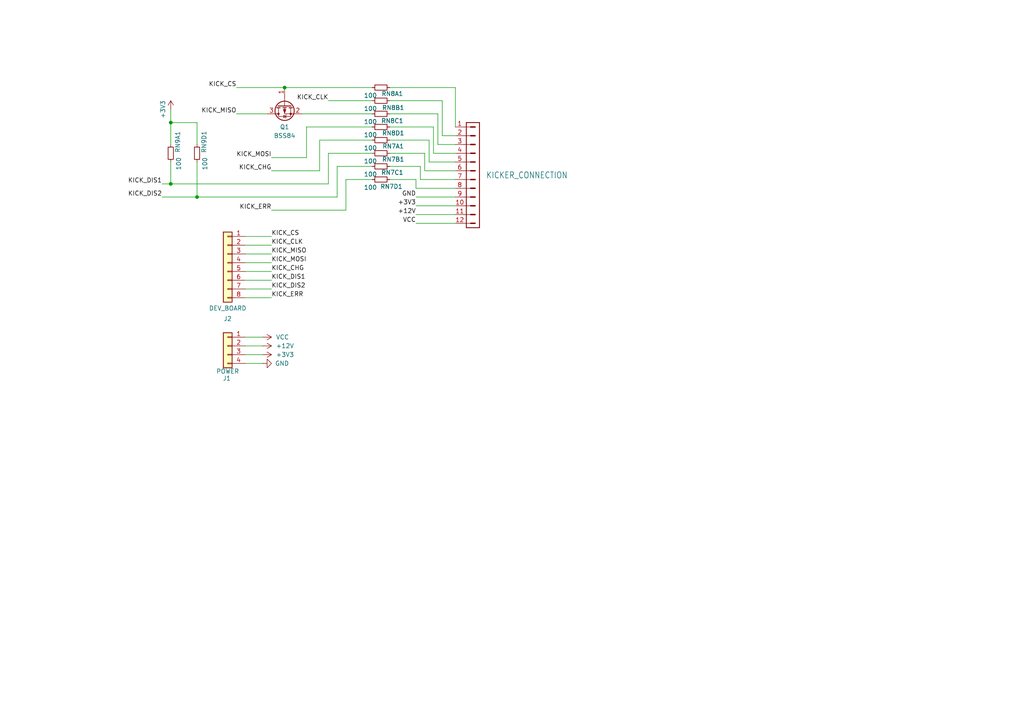
<source format=kicad_sch>
(kicad_sch (version 20231120) (generator "eeschema") (generator_version "8.0")
  (paper "A4")
  (lib_symbols
    (symbol "Connector_Generic:Conn_01x04" (pin_names (offset 1.016) hide)
      (property "Reference" "J" (at 0 5.08 0))
      (property "Value" "Conn_01x04" (at 0 -7.62 0))
      (symbol "Conn_01x04_1_1"
        (rectangle (start -1.27 -4.953) (end 0 -5.207) (stroke (width 0.1524)))
        (rectangle (start -1.27 -2.413) (end 0 -2.667) (stroke (width 0.1524)))
        (rectangle (start -1.27 0.127) (end 0 -0.127) (stroke (width 0.1524)))
        (rectangle (start -1.27 2.667) (end 0 2.413) (stroke (width 0.1524)))
        (rectangle (start -1.27 3.81) (end 1.27 -6.35) (stroke (width 0.254)) (fill (type background)))
        (pin passive line (at -5.08 2.54 0) (length 3.81) (name "Pin_1") (number "1"))
        (pin passive line (at -5.08 0 0) (length 3.81) (name "Pin_2") (number "2"))
        (pin passive line (at -5.08 -2.54 0) (length 3.81) (name "Pin_3") (number "3"))
        (pin passive line (at -5.08 -5.08 0) (length 3.81) (name "Pin_4") (number "4"))
      )
    )
    (symbol "Connector_Generic:Conn_01x08" (pin_names (offset 1.016) hide)
      (property "Reference" "J" (at 0 10.16 0))
      (property "Value" "Conn_01x08" (at 0 -12.7 0))
      (symbol "Conn_01x08_1_1"
        (rectangle (start -1.27 -10.033) (end 0 -10.287) (stroke (width 0.1524)))
        (rectangle (start -1.27 -7.493) (end 0 -7.747) (stroke (width 0.1524)))
        (rectangle (start -1.27 -4.953) (end 0 -5.207) (stroke (width 0.1524)))
        (rectangle (start -1.27 -2.413) (end 0 -2.667) (stroke (width 0.1524)))
        (rectangle (start -1.27 0.127) (end 0 -0.127) (stroke (width 0.1524)))
        (rectangle (start -1.27 2.667) (end 0 2.413) (stroke (width 0.1524)))
        (rectangle (start -1.27 5.207) (end 0 4.953) (stroke (width 0.1524)))
        (rectangle (start -1.27 7.747) (end 0 7.493) (stroke (width 0.1524)))
        (rectangle (start -1.27 8.89) (end 1.27 -11.43) (stroke (width 0.254)) (fill (type background)))
        (pin passive line (at -5.08 7.62 0) (length 3.81) (name "Pin_1") (number "1"))
        (pin passive line (at -5.08 5.08 0) (length 3.81) (name "Pin_2") (number "2"))
        (pin passive line (at -5.08 2.54 0) (length 3.81) (name "Pin_3") (number "3"))
        (pin passive line (at -5.08 0 0) (length 3.81) (name "Pin_4") (number "4"))
        (pin passive line (at -5.08 -2.54 0) (length 3.81) (name "Pin_5") (number "5"))
        (pin passive line (at -5.08 -5.08 0) (length 3.81) (name "Pin_6") (number "6"))
        (pin passive line (at -5.08 -7.62 0) (length 3.81) (name "Pin_7") (number "7"))
        (pin passive line (at -5.08 -10.16 0) (length 3.81) (name "Pin_8") (number "8"))
      )
    )
    (symbol "Device:R_Small" (pin_numbers hide) (pin_names (offset 0.254) hide)
      (property "Reference" "R" (at 0.762 0.508 0))
      (property "Value" "R_Small" (at 0.762 -1.016 0))
      (symbol "R_Small_0_1"
        (rectangle (start -0.762 1.778) (end 0.762 -1.778) (stroke (width 0.2032)))
      )
      (symbol "R_Small_1_1"
        (pin passive line (at 0 2.54 270) (length 0.762) (name "~") (number "1"))
        (pin passive line (at 0 -2.54 90) (length 0.762) (name "~") (number "2"))
      )
    )
    (symbol "Kicking Device v13b-eagle-import:DF13-12P-1.25V"
      (property "Value" "KICKER_CONNECTION" (at 3.81 3.81 0))
      (symbol "DF13-12P-1.25V_1_0"
        (polyline (pts (xy -2.54 -10.16) (xy -0.635 -10.16)) (stroke (width 0.1524)))
        (polyline (pts (xy -2.54 -7.62) (xy -0.635 -7.62)) (stroke (width 0.1524)))
        (polyline (pts (xy -2.54 -5.08) (xy -0.635 -5.08)) (stroke (width 0.1524)))
        (polyline (pts (xy -2.54 -2.54) (xy -0.635 -2.54)) (stroke (width 0.1524)))
        (polyline (pts (xy -2.54 0) (xy -0.635 0)) (stroke (width 0.1524)))
        (polyline (pts (xy -2.54 2.54) (xy -0.635 2.54)) (stroke (width 0.1524)))
        (polyline (pts (xy -2.54 5.08) (xy -0.635 5.08)) (stroke (width 0.1524)))
        (polyline (pts (xy -2.54 7.62) (xy -0.635 7.62)) (stroke (width 0.1524)))
        (polyline (pts (xy -2.54 10.16) (xy -0.635 10.16)) (stroke (width 0.1524)))
        (polyline (pts (xy -2.54 12.7) (xy -0.635 12.7)) (stroke (width 0.1524)))
        (polyline (pts (xy -2.54 15.24) (xy -0.635 15.24)) (stroke (width 0.1524)))
        (polyline (pts (xy -2.54 17.78) (xy -0.635 17.78)) (stroke (width 0.1524)))
        (polyline (pts (xy -1.905 -11.43) (xy -1.905 19.05)) (stroke (width 0.254)))
        (polyline (pts (xy -1.905 -11.43) (xy 1.905 -11.43)) (stroke (width 0.254)))
        (polyline (pts (xy -0.635 -10.16) (xy 0.635 -10.16)) (stroke (width 0.4064)))
        (polyline (pts (xy -0.635 -7.62) (xy 0.635 -7.62)) (stroke (width 0.4064)))
        (polyline (pts (xy -0.635 -5.08) (xy 0.635 -5.08)) (stroke (width 0.4064)))
        (polyline (pts (xy -0.635 -2.54) (xy 0.635 -2.54)) (stroke (width 0.4064)))
        (polyline (pts (xy -0.635 0) (xy 0.635 0)) (stroke (width 0.4064)))
        (polyline (pts (xy -0.635 2.54) (xy 0.635 2.54)) (stroke (width 0.4064)))
        (polyline (pts (xy -0.635 5.08) (xy 0.635 5.08)) (stroke (width 0.4064)))
        (polyline (pts (xy -0.635 7.62) (xy 0.635 7.62)) (stroke (width 0.4064)))
        (polyline (pts (xy -0.635 10.16) (xy 0.635 10.16)) (stroke (width 0.4064)))
        (polyline (pts (xy -0.635 12.7) (xy 0.635 12.7)) (stroke (width 0.4064)))
        (polyline (pts (xy -0.635 15.24) (xy 0.635 15.24)) (stroke (width 0.4064)))
        (polyline (pts (xy -0.635 17.78) (xy 0.635 17.78)) (stroke (width 0.4064)))
        (polyline (pts (xy 1.905 19.05) (xy -1.905 19.05)) (stroke (width 0.254)))
        (polyline (pts (xy 1.905 19.05) (xy 1.905 -11.43)) (stroke (width 0.254)))
        (pin passive line (at -5.08 17.78 0) (length 2.54) (name "1") (number "1"))
        (pin passive line (at -5.08 -5.08 0) (length 2.54) (name "10") (number "10"))
        (pin passive line (at -5.08 -7.62 0) (length 2.54) (name "11") (number "11"))
        (pin passive line (at -5.08 -10.16 0) (length 2.54) (name "12") (number "12"))
        (pin passive line (at -5.08 15.24 0) (length 2.54) (name "2") (number "2"))
        (pin passive line (at -5.08 12.7 0) (length 2.54) (name "3") (number "3"))
        (pin passive line (at -5.08 10.16 0) (length 2.54) (name "4") (number "4"))
        (pin passive line (at -5.08 7.62 0) (length 2.54) (name "5") (number "5"))
        (pin passive line (at -5.08 5.08 0) (length 2.54) (name "6") (number "6"))
        (pin passive line (at -5.08 2.54 0) (length 2.54) (name "7") (number "7"))
        (pin passive line (at -5.08 0 0) (length 2.54) (name "8") (number "8"))
        (pin passive line (at -5.08 -2.54 0) (length 2.54) (name "9") (number "9"))
      )
    )
    (symbol "Transistor_FET:BSS84" (pin_names hide)
      (property "Reference" "Q" (at 5.08 1.905 0))
      (property "Value" "BSS84" (at 5.08 0 0))
      (symbol "BSS84_0_1"
        (polyline (pts (xy 0.254 0) (xy -2.54 0)))
        (polyline (pts (xy 0.254 1.905) (xy 0.254 -1.905)) (stroke (width 0.254)))
        (polyline (pts (xy 0.762 -1.27) (xy 0.762 -2.286)) (stroke (width 0.254)))
        (polyline (pts (xy 0.762 0.508) (xy 0.762 -0.508)) (stroke (width 0.254)))
        (polyline (pts (xy 0.762 2.286) (xy 0.762 1.27)) (stroke (width 0.254)))
        (polyline (pts (xy 2.54 2.54) (xy 2.54 1.778)))
        (polyline (pts (xy 2.54 -2.54) (xy 2.54 0) (xy 0.762 0)))
        (polyline (pts (xy 0.762 1.778) (xy 3.302 1.778) (xy 3.302 -1.778) (xy 0.762 -1.778)))
        (polyline (pts (xy 2.286 0) (xy 1.27 0.381) (xy 1.27 -0.381) (xy 2.286 0)) (fill (type outline)))
        (polyline (pts (xy 2.794 -0.508) (xy 2.921 -0.381) (xy 3.683 -0.381) (xy 3.81 -0.254)))
        (polyline (pts (xy 3.302 -0.381) (xy 2.921 0.254) (xy 3.683 0.254) (xy 3.302 -0.381)))
        (circle (center 1.651 0) (radius 2.794) (stroke (width 0.254)))
        (circle (center 2.54 -1.778) (radius 0.254) (fill (type outline)))
        (circle (center 2.54 1.778) (radius 0.254) (fill (type outline)))
      )
      (symbol "BSS84_1_1"
        (pin input line (at -5.08 0 0) (length 2.54) (name "G") (number "1"))
        (pin passive line (at 2.54 -5.08 90) (length 2.54) (name "S") (number "2"))
        (pin passive line (at 2.54 5.08 270) (length 2.54) (name "D") (number "3"))
      )
    )
    (symbol "power:GND" (power) (pin_numbers hide) (pin_names (offset 0) hide)
      (property "Value" "GND" (at 0 -3.81 0))
      (symbol "GND_0_1"
        (polyline (pts (xy 0 0) (xy 0 -1.27) (xy 1.27 -1.27) (xy 0 -2.54) (xy -1.27 -1.27) (xy 0 -1.27)))
      )
      (symbol "GND_1_1"
        (pin power_in line (at 0 0 270) (length 0) (name "~") (number "1"))
      )
    )
    (symbol "power:VCC" (power) (pin_numbers hide) (pin_names (offset 0) hide)
      (property "Value" "VCC" (at 0 3.556 0))
      (symbol "VCC_0_1"
        (polyline (pts (xy -0.762 1.27) (xy 0 2.54)))
        (polyline (pts (xy 0 0) (xy 0 2.54)))
        (polyline (pts (xy 0 2.54) (xy 0.762 1.27)))
      )
      (symbol "VCC_1_1"
        (pin power_in line (at 0 0 90) (length 0) (name "~") (number "1"))
      )
    )
  )
  (junction (at 49.53 35.56))
  (junction (at 49.53 53.34))
  (junction (at 57.15 57.15))
  (junction (at 82.55 25.4))
  (wire (pts (xy 124.46 46.99) (xy 124.46 40.64)))
  (wire (pts (xy 49.53 31.75) (xy 49.53 35.56)))
  (wire (pts (xy 120.65 59.69) (xy 132.08 59.69)))
  (wire (pts (xy 49.53 46.99) (xy 49.53 53.34)))
  (wire (pts (xy 125.73 44.45) (xy 125.73 36.83)))
  (wire (pts (xy 121.92 48.26) (xy 113.03 48.26)))
  (wire (pts (xy 46.99 57.15) (xy 57.15 57.15)))
  (wire (pts (xy 71.12 78.74) (xy 78.74 78.74)))
  (wire (pts (xy 95.25 44.45) (xy 107.95 44.45)))
  (wire (pts (xy 97.79 48.26) (xy 107.95 48.26)))
  (wire (pts (xy 107.95 33.02) (xy 87.63 33.02)))
  (wire (pts (xy 57.15 57.15) (xy 97.79 57.15)))
  (wire (pts (xy 123.19 49.53) (xy 123.19 44.45)))
  (wire (pts (xy 95.25 29.21) (xy 107.95 29.21)))
  (wire (pts (xy 49.53 35.56) (xy 49.53 41.91)))
  (wire (pts (xy 71.12 73.66) (xy 78.74 73.66)))
  (wire (pts (xy 46.99 53.34) (xy 49.53 53.34)))
  (wire (pts (xy 100.33 52.07) (xy 107.95 52.07)))
  (wire (pts (xy 132.08 52.07) (xy 121.92 52.07)))
  (wire (pts (xy 71.12 81.28) (xy 78.74 81.28)))
  (wire (pts (xy 71.12 76.2) (xy 78.74 76.2)))
  (wire (pts (xy 97.79 57.15) (xy 97.79 48.26)))
  (wire (pts (xy 127 33.02) (xy 113.03 33.02)))
  (wire (pts (xy 71.12 105.41) (xy 76.2 105.41)))
  (wire (pts (xy 71.12 102.87) (xy 76.2 102.87)))
  (wire (pts (xy 132.08 46.99) (xy 124.46 46.99)))
  (wire (pts (xy 57.15 35.56) (xy 49.53 35.56)))
  (wire (pts (xy 132.08 54.61) (xy 120.65 54.61)))
  (wire (pts (xy 71.12 97.79) (xy 76.2 97.79)))
  (wire (pts (xy 100.33 60.96) (xy 100.33 52.07)))
  (wire (pts (xy 113.03 44.45) (xy 123.19 44.45)))
  (wire (pts (xy 120.65 54.61) (xy 120.65 52.07)))
  (wire (pts (xy 125.73 36.83) (xy 113.03 36.83)))
  (wire (pts (xy 71.12 100.33) (xy 76.2 100.33)))
  (wire (pts (xy 121.92 52.07) (xy 121.92 48.26)))
  (wire (pts (xy 92.71 40.64) (xy 107.95 40.64)))
  (wire (pts (xy 68.58 33.02) (xy 77.47 33.02)))
  (wire (pts (xy 49.53 53.34) (xy 95.25 53.34)))
  (wire (pts (xy 120.65 62.23) (xy 132.08 62.23)))
  (wire (pts (xy 128.27 29.21) (xy 113.03 29.21)))
  (wire (pts (xy 71.12 83.82) (xy 78.74 83.82)))
  (wire (pts (xy 95.25 53.34) (xy 95.25 44.45)))
  (wire (pts (xy 82.55 25.4) (xy 107.95 25.4)))
  (wire (pts (xy 132.08 44.45) (xy 125.73 44.45)))
  (wire (pts (xy 88.9 36.83) (xy 107.95 36.83)))
  (wire (pts (xy 68.58 25.4) (xy 82.55 25.4)))
  (wire (pts (xy 127 41.91) (xy 127 33.02)))
  (wire (pts (xy 120.65 57.15) (xy 132.08 57.15)))
  (wire (pts (xy 71.12 86.36) (xy 78.74 86.36)))
  (wire (pts (xy 88.9 45.72) (xy 88.9 36.83)))
  (wire (pts (xy 132.08 39.37) (xy 128.27 39.37)))
  (wire (pts (xy 132.08 41.91) (xy 127 41.91)))
  (wire (pts (xy 71.12 68.58) (xy 78.74 68.58)))
  (wire (pts (xy 120.65 64.77) (xy 132.08 64.77)))
  (wire (pts (xy 132.08 49.53) (xy 123.19 49.53)))
  (wire (pts (xy 71.12 71.12) (xy 78.74 71.12)))
  (wire (pts (xy 124.46 40.64) (xy 113.03 40.64)))
  (wire (pts (xy 113.03 52.07) (xy 120.65 52.07)))
  (wire (pts (xy 128.27 39.37) (xy 128.27 29.21)))
  (wire (pts (xy 57.15 41.91) (xy 57.15 35.56)))
  (wire (pts (xy 92.71 49.53) (xy 92.71 40.64)))
  (wire (pts (xy 132.08 36.83) (xy 132.08 25.4)))
  (wire (pts (xy 132.08 25.4) (xy 113.03 25.4)))
  (wire (pts (xy 78.74 45.72) (xy 88.9 45.72)))
  (wire (pts (xy 78.74 49.53) (xy 92.71 49.53)))
  (wire (pts (xy 78.74 60.96) (xy 100.33 60.96)))
  (wire (pts (xy 57.15 46.99) (xy 57.15 57.15)))
  (label "KICK_MISO" (at 78.74 73.66 0))
  (label "KICK_DIS1" (at 78.74 81.28 0))
  (label "KICK_MOSI" (at 78.74 76.2 0))
  (label "+12V" (at 120.65 62.23 180))
  (label "KICK_CS" (at 68.58 25.4 180))
  (label "KICK_CS" (at 78.74 68.58 0))
  (label "KICK_ERR" (at 78.74 86.36 0))
  (label "KICK_DIS1" (at 46.99 53.34 180))
  (label "KICK_MISO" (at 68.58 33.02 180))
  (label "+3V3" (at 120.65 59.69 180))
  (label "VCC" (at 120.65 64.77 180))
  (label "KICK_ERR" (at 78.74 60.96 180))
  (label "KICK_CLK" (at 78.74 71.12 0))
  (label "KICK_MOSI" (at 78.74 45.72 180))
  (label "KICK_CLK" (at 95.25 29.21 180))
  (label "KICK_DIS2" (at 78.74 83.82 0))
  (label "KICK_CHG" (at 78.74 49.53 180))
  (label "GND" (at 120.65 57.15 180))
  (label "KICK_CHG" (at 78.74 78.74 0))
  (label "KICK_DIS2" (at 46.99 57.15 180))
  (symbol (lib_id "power:VCC") (at 76.2 97.79 270) (unit 1)
    (property "Reference" "#PWR01" (effects (hide yes)))
    (property "Value" "VCC" (at 80.01 97.79 90) (effects (justify left)))
    (property "Description" "Power symbol creates a global label with name \"VCC\"" (effects (hide yes)))
  )
  (symbol (lib_id "Connector_Generic:Conn_01x08") (at 66.04 76.2 0) (mirror y) (unit 1)
    (property "Reference" "J2" (at 66.04 92.456 0))
    (property "Value" "DEV_BOARD" (at 66.04 89.408 0))
    (property "Footprint" "Connector_Molex:Molex_KK-254_AE-6410-08A_1x08_P2.54mm_Vertical" (effects (hide yes)))
    (property "Description" "Generic connector, single row, 01x08, script generated (kicad-library-utils/schlib/autogen/connector/)" (effects (hide yes)))
  )
  (symbol (lib_id "power:VCC") (at 76.2 102.87 270) (unit 1)
    (property "Reference" "#PWR04" (effects (hide yes)))
    (property "Value" "+3V3" (at 80.01 102.8699 90) (effects (justify left)))
    (property "Description" "Power symbol creates a global label with name \"VCC\"" (effects (hide yes)))
  )
  (symbol (lib_id "Device:R_Small") (at 57.15 44.45 180) (unit 1)
    (property "Reference" "RN9D1" (at 59.182 41.148 90))
    (property "Value" "100" (at 59.436 47.498 90))
    (property "Footprint" "Resistor_SMD:R_0805_2012Metric_Pad1.20x1.40mm_HandSolder" (effects (hide yes)))
    (property "Description" "Resistor, small symbol" (effects (hide yes)))
  )
  (symbol (lib_id "Connector_Generic:Conn_01x04") (at 66.04 100.33 0) (mirror y) (unit 1)
    (property "Reference" "J1" (at 65.786 109.728 0))
    (property "Value" "POWER" (at 66.04 107.696 0))
    (property "Footprint" "Connector_Molex:Molex_KK-254_AE-6410-04A_1x04_P2.54mm_Vertical" (effects (hide yes)))
    (property "Description" "Generic connector, single row, 01x04, script generated (kicad-library-utils/schlib/autogen/connector/)" (effects (hide yes)))
  )
  (symbol (lib_id "Device:R_Small") (at 110.49 33.02 90) (unit 1)
    (property "Reference" "RN8C1" (at 113.792 35.052 90))
    (property "Value" "100" (at 107.442 35.306 90))
    (property "Footprint" "Resistor_SMD:R_0805_2012Metric_Pad1.20x1.40mm_HandSolder" (effects (hide yes)))
    (property "Description" "Resistor, small symbol" (effects (hide yes)))
  )
  (symbol (lib_id "Device:R_Small") (at 110.49 40.64 90) (unit 1)
    (property "Reference" "RN7A1" (at 114.046 42.418 90))
    (property "Value" "100" (at 107.442 42.926 90))
    (property "Footprint" "Resistor_SMD:R_0805_2012Metric_Pad1.20x1.40mm_HandSolder" (effects (hide yes)))
    (property "Description" "Resistor, small symbol" (effects (hide yes)))
  )
  (symbol (lib_id "power:VCC") (at 76.2 100.33 270) (unit 1)
    (property "Reference" "#PWR03" (effects (hide yes)))
    (property "Value" "+12V" (at 80.01 100.3299 90) (effects (justify left)))
    (property "Description" "Power symbol creates a global label with name \"VCC\"" (effects (hide yes)))
  )
  (symbol (lib_id "power:VCC") (at 49.53 31.75 0) (unit 1)
    (property "Reference" "#PWR05" (effects (hide yes)))
    (property "Value" "+3V3" (at 47.244 31.75 90))
    (property "Description" "Power symbol creates a global label with name \"VCC\"" (effects (hide yes)))
  )
  (symbol (lib_id "power:GND") (at 76.2 105.41 90) (unit 1)
    (property "Reference" "#PWR02" (effects (hide yes)))
    (property "Value" "GND" (at 79.756 105.41 90) (effects (justify right)))
    (property "Description" "Power symbol creates a global label with name \"GND\" , ground" (effects (hide yes)))
  )
  (symbol (lib_id "Kicking Device v13b-eagle-import:DF13-12P-1.25V") (at 137.16 54.61 0) (unit 1)
    (property "Reference" "J3" (effects (hide yes)))
    (property "Value" "KICKER_CONNECTION" (at 140.97 50.8 0) (effects (font (size 1.778 1.5113)) (justify left)))
    (property "Footprint" "Connector_Hirose:Hirose_DF13C_CL535-0412-6-51_1x12-1MP_P1.25mm_Vertical" (effects (hide yes)))
  )
  (symbol (lib_id "Device:R_Small") (at 110.49 36.83 90) (unit 1)
    (property "Reference" "RN8D1" (at 114.046 38.608 90))
    (property "Value" "100" (at 107.442 39.116 90))
    (property "Footprint" "Resistor_SMD:R_0805_2012Metric_Pad1.20x1.40mm_HandSolder" (effects (hide yes)))
    (property "Description" "Resistor, small symbol" (effects (hide yes)))
  )
  (symbol (lib_id "Device:R_Small") (at 110.49 52.07 90) (unit 1)
    (property "Reference" "RN7D1" (at 113.538 54.102 90))
    (property "Value" "100" (at 107.442 54.356 90))
    (property "Footprint" "Resistor_SMD:R_0805_2012Metric_Pad1.20x1.40mm_HandSolder" (effects (hide yes)))
    (property "Description" "Resistor, small symbol" (effects (hide yes)))
  )
  (symbol (lib_id "Device:R_Small") (at 110.49 29.21 90) (unit 1)
    (property "Reference" "RN8B1" (at 114.046 31.242 90))
    (property "Value" "100" (at 107.442 31.496 90))
    (property "Footprint" "Resistor_SMD:R_0805_2012Metric_Pad1.20x1.40mm_HandSolder" (effects (hide yes)))
    (property "Description" "Resistor, small symbol" (effects (hide yes)))
  )
  (symbol (lib_id "Device:R_Small") (at 110.49 25.4 90) (unit 1)
    (property "Reference" "RN8A1" (at 113.792 27.178 90))
    (property "Value" "100" (at 107.442 27.686 90))
    (property "Footprint" "Resistor_SMD:R_0805_2012Metric_Pad1.20x1.40mm_HandSolder" (effects (hide yes)))
    (property "Description" "Resistor, small symbol" (effects (hide yes)))
  )
  (symbol (lib_id "Device:R_Small") (at 49.53 44.45 180) (unit 1)
    (property "Reference" "RN9A1" (at 51.562 41.148 90))
    (property "Value" "100" (at 51.816 47.498 90))
    (property "Footprint" "Resistor_SMD:R_0805_2012Metric_Pad1.20x1.40mm_HandSolder" (effects (hide yes)))
    (property "Description" "Resistor, small symbol" (effects (hide yes)))
  )
  (symbol (lib_id "Transistor_FET:BSS84") (at 82.55 30.48 90) (mirror x) (unit 1)
    (property "Reference" "Q1" (at 82.55 36.83 90))
    (property "Value" "BSS84" (at 82.55 39.37 90))
    (property "Footprint" "Package_TO_SOT_SMD:SOT-23" (effects (hide yes)))
    (property "Datasheet" "http://assets.nexperia.com/documents/data-sheet/BSS84.pdf" (effects (hide yes)))
    (property "Description" "-0.13A Id, -50V Vds, P-Channel MOSFET, SOT-23" (effects (hide yes)))
  )
  (symbol (lib_id "Device:R_Small") (at 110.49 48.26 90) (unit 1)
    (property "Reference" "RN7C1" (at 113.792 50.038 90))
    (property "Value" "100" (at 107.442 50.546 90))
    (property "Footprint" "Resistor_SMD:R_0805_2012Metric_Pad1.20x1.40mm_HandSolder" (effects (hide yes)))
    (property "Description" "Resistor, small symbol" (effects (hide yes)))
  )
  (symbol (lib_id "Device:R_Small") (at 110.49 44.45 90) (unit 1)
    (property "Reference" "RN7B1" (at 114.046 46.228 90))
    (property "Value" "100" (at 107.442 46.736 90))
    (property "Footprint" "Resistor_SMD:R_0805_2012Metric_Pad1.20x1.40mm_HandSolder" (effects (hide yes)))
    (property "Description" "Resistor, small symbol" (effects (hide yes)))
  )
)
</source>
